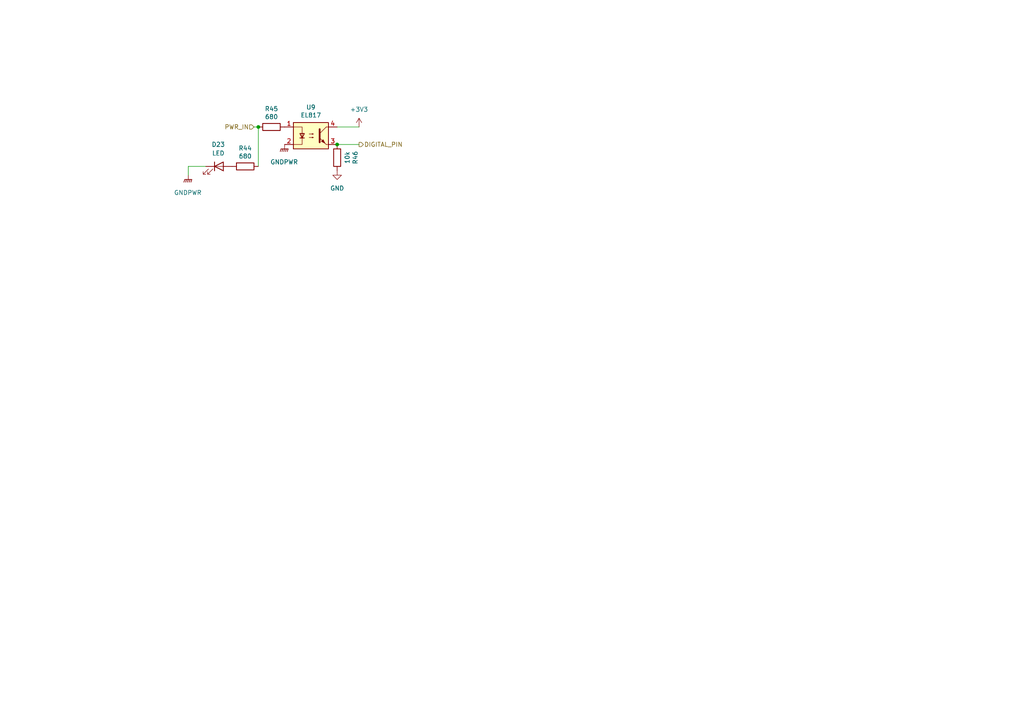
<source format=kicad_sch>
(kicad_sch (version 20210621) (generator eeschema)
  (paper "A4")
  (lib_symbols
    (symbol "Device:LED" (pin_numbers hide) (pin_names (offset 1.016) hide)
      (property "Reference" "D" (at 0 2.54 0))
      (property "Value" "LED" (at 0 -2.54 0))
      (symbol "LED_0_1"
        (polyline (pts (xy -1.27 -1.27) (xy -1.27 1.27)) (stroke (width 0.254)))
        (polyline (pts (xy -1.27 0) (xy 1.27 0)))
        (polyline (pts (xy 1.27 -1.27) (xy 1.27 1.27) (xy -1.27 0) (xy 1.27 -1.27)) (stroke (width 0.254)))
        (polyline (pts (xy -3.048 -0.762) (xy -4.572 -2.286) (xy -3.81 -2.286) (xy -4.572 -2.286) (xy -4.572 -1.524)))
        (polyline (pts (xy -1.778 -0.762) (xy -3.302 -2.286) (xy -2.54 -2.286) (xy -3.302 -2.286) (xy -3.302 -1.524)))
      )
      (symbol "LED_1_1"
        (pin passive line (at -3.81 0 0) (length 2.54) (name "K") (number "1"))
        (pin passive line (at 3.81 0 180) (length 2.54) (name "A") (number "2"))
      )
    )
    (symbol "Device:R" (pin_numbers hide) (pin_names (offset 0))
      (property "Reference" "R" (at 2.032 0 90))
      (property "Value" "R" (at 0 0 90))
      (symbol "R_0_1"
        (rectangle (start -1.016 -2.54) (end 1.016 2.54) (stroke (width 0.254)))
      )
      (symbol "R_1_1"
        (pin passive line (at 0 3.81 270) (length 1.27) (name "~") (number "1"))
        (pin passive line (at 0 -3.81 90) (length 1.27) (name "~") (number "2"))
      )
    )
    (symbol "jlcpcb:EL817" (pin_names (offset 1.016))
      (property "Reference" "U" (at -5.08 6.35 0))
      (property "Value" "EL817" (at 3.81 6.35 0))
      (symbol "EL817_1_1"
        (rectangle (start -5.08 3.81) (end 5.08 -3.81) (stroke (width 0.254)) (fill (type background)))
        (polyline (pts (xy -3.175 -0.635) (xy -1.905 -0.635)) (stroke (width 0.254)))
        (polyline (pts (xy 2.54 0.635) (xy 4.445 2.54)))
        (polyline (pts (xy 4.445 -2.54) (xy 5.08 -2.54)))
        (polyline (pts (xy 4.445 2.54) (xy 5.08 2.54)))
        (polyline (pts (xy -5.08 2.54) (xy -2.54 2.54) (xy -2.54 -0.635)))
        (polyline (pts (xy -2.54 -0.635) (xy -2.54 -2.54) (xy -5.08 -2.54)))
        (polyline (pts (xy 2.54 1.905) (xy 2.54 -1.905) (xy 2.54 -1.905)) (stroke (width 0.508)))
        (polyline (pts (xy -2.54 -0.635) (xy -3.175 0.635) (xy -1.905 0.635) (xy -2.54 -0.635)) (stroke (width 0.254)))
        (polyline (pts (xy -0.508 -0.508) (xy 0.762 -0.508) (xy 0.381 -0.635) (xy 0.381 -0.381) (xy 0.762 -0.508)))
        (polyline (pts (xy -0.508 0.508) (xy 0.762 0.508) (xy 0.381 0.381) (xy 0.381 0.635) (xy 0.762 0.508)))
        (polyline (pts (xy 4.445 -2.54) (xy 2.54 -0.635)) (fill (type outline)))
        (polyline (pts (xy 3.048 -1.651) (xy 3.556 -1.143) (xy 4.064 -2.159) (xy 3.048 -1.651) (xy 3.048 -1.651)) (fill (type outline)))
        (pin passive line (at -7.62 2.54 0) (length 2.54) (name "~") (number "1"))
        (pin passive line (at -7.62 -2.54 0) (length 2.54) (name "~") (number "2"))
        (pin passive line (at 7.62 -2.54 180) (length 2.54) (name "~") (number "3"))
        (pin passive line (at 7.62 2.54 180) (length 2.54) (name "~") (number "4"))
      )
    )
    (symbol "power:+3.3V" (power) (pin_names (offset 0))
      (property "Value" "+3.3V" (at 0 3.556 0))
      (symbol "+3.3V_0_1"
        (polyline (pts (xy -0.762 1.27) (xy 0 2.54)))
        (polyline (pts (xy 0 0) (xy 0 2.54)))
        (polyline (pts (xy 0 2.54) (xy 0.762 1.27)))
      )
      (symbol "+3.3V_1_1"
        (pin power_in line (at 0 0 90) (length 0) hide (name "+3V3") (number "1"))
      )
    )
    (symbol "power:GND" (power) (pin_names (offset 0))
      (property "Value" "GND" (at 0 -3.81 0))
      (symbol "GND_0_1"
        (polyline (pts (xy 0 0) (xy 0 -1.27) (xy 1.27 -1.27) (xy 0 -2.54) (xy -1.27 -1.27) (xy 0 -1.27)))
      )
      (symbol "GND_1_1"
        (pin power_in line (at 0 0 270) (length 0) hide (name "GND") (number "1"))
      )
    )
    (symbol "power:GNDPWR" (power) (pin_names (offset 0))
      (property "Value" "GNDPWR" (at 0 -3.302 0))
      (symbol "GNDPWR_0_1"
        (polyline (pts (xy 0 -1.27) (xy 0 0)))
        (polyline (pts (xy -1.016 -1.27) (xy -1.27 -2.032) (xy -1.27 -2.032)) (stroke (width 0.2032)))
        (polyline (pts (xy -0.508 -1.27) (xy -0.762 -2.032) (xy -0.762 -2.032)) (stroke (width 0.2032)))
        (polyline (pts (xy 0 -1.27) (xy -0.254 -2.032) (xy -0.254 -2.032)) (stroke (width 0.2032)))
        (polyline (pts (xy 0.508 -1.27) (xy 0.254 -2.032) (xy 0.254 -2.032)) (stroke (width 0.2032)))
        (polyline (pts (xy 1.016 -1.27) (xy -1.016 -1.27) (xy -1.016 -1.27)) (stroke (width 0.2032)))
        (polyline (pts (xy 1.016 -1.27) (xy 0.762 -2.032) (xy 0.762 -2.032) (xy 0.762 -2.032)) (stroke (width 0.2032)))
      )
      (symbol "GNDPWR_1_1"
        (pin power_in line (at 0 0 270) (length 0) hide (name "GNDPWR") (number "1"))
      )
    )
  )
  (junction (at 74.93 36.83) (diameter 0.9144))
  (junction (at 97.79 41.91))
  (wire (pts (xy 54.61 48.26) (xy 54.61 50.8)))
  (wire (pts (xy 59.69 48.26) (xy 54.61 48.26)))
  (wire (pts (xy 73.66 36.83) (xy 74.93 36.83)))
  (wire (pts (xy 74.93 36.83) (xy 74.93 48.26)))
  (wire (pts (xy 97.79 36.83) (xy 104.14 36.83)))
  (wire (pts (xy 97.79 41.91) (xy 104.14 41.91)))
  (hierarchical_label "PWR_IN" (shape input) (at 73.66 36.83 180))
  (hierarchical_label "DIGITAL_PIN" (shape output) (at 104.14 41.91 0))
  (symbol (lib_id "power:+3.3V") (at 104.14 36.83 0)
    (property "Reference" "#PWR0126" (effects hide))
    (property "Value" "+3.3V" (at 104.14 31.75 0))
  )
  (symbol (lib_id "power:GNDPWR") (at 54.61 50.8 0)
    (property "Reference" "#PWR0134" (effects hide))
    (property "Value" "GNDPWR" (at 54.483 55.88 0))
  )
  (symbol (lib_id "power:GNDPWR") (at 82.55 41.91 0)
    (property "Reference" "#PWR0115" (effects hide))
    (property "Value" "GNDPWR" (at 82.423 46.99 0))
  )
  (symbol (lib_id "power:GND") (at 97.79 49.53 0)
    (property "Reference" "#PWR0116" (effects hide))
    (property "Value" "GND" (at 97.79 54.61 0))
  )
  (symbol (lib_id "Device:R") (at 71.12 48.26 270)
    (property "Reference" "R44" (at 71.12 43.0022 90))
    (property "Value" "680" (at 71.12 45.3136 90))
    (property "Footprint" "Resistor_SMD:R_0402_1005Metric" (effects hide))
    (property "Datasheet" "https://datasheet.lcsc.com/lcsc/1811011222_UNI-ROYAL-Uniroyal-Elec-0402WGF6801TCE_C25917.pdf" (effects hide))
    (property "LCSC" "C25130" (effects hide))
  )
  (symbol (lib_id "Device:R") (at 78.74 36.83 270)
    (property "Reference" "R45" (at 78.74 31.5722 90))
    (property "Value" "680" (at 78.74 33.8836 90))
    (property "Footprint" "Resistor_SMD:R_0402_1005Metric" (effects hide))
    (property "Datasheet" "https://datasheet.lcsc.com/lcsc/1811011222_UNI-ROYAL-Uniroyal-Elec-0402WGF6801TCE_C25917.pdf" (effects hide))
    (property "LCSC" "C25130" (effects hide))
  )
  (symbol (lib_id "Device:R") (at 97.79 45.72 180)
    (property "Reference" "R46" (at 103.0478 45.72 90))
    (property "Value" "10k" (at 100.7364 45.72 90))
    (property "Footprint" "Resistor_SMD:R_0402_1005Metric" (effects hide))
    (property "Datasheet" "https://datasheet.lcsc.com/lcsc/1809301717_UNI-ROYAL-Uniroyal-Elec-0402WGF1002TCE_C25744.pdf" (effects hide))
    (property "LCSC" "C25744" (effects hide))
  )
  (symbol (lib_id "Device:LED") (at 63.5 48.26 0)
    (property "Reference" "D23" (at 63.3095 41.91 0))
    (property "Value" "LED" (at 63.3095 44.45 0))
    (property "Footprint" "LED_SMD:LED_0805_2012Metric" (effects hide))
    (property "Datasheet" "https://datasheet.lcsc.com/lcsc/2008201032_Foshan-NationStar-Optoelectronics-NCD0805R1_C84256.pdf" (effects hide))
    (property "LCSC" "C84256" (effects hide))
  )
  (symbol (lib_id "jlcpcb:EL817") (at 90.17 39.37 0)
    (property "Reference" "U9" (at 90.17 31.115 0))
    (property "Value" "EL817" (at 90.17 33.4264 0))
    (property "Footprint" "jlcpcb:EL817" (effects hide))
    (property "Datasheet" "https://datasheet.lcsc.com/szlcsc/Everlight-Elec-EL817S1-C-TU-F_C106900.pdf" (effects hide))
    (property "LCSC" "C106900" (effects hide))
  )
)
</source>
